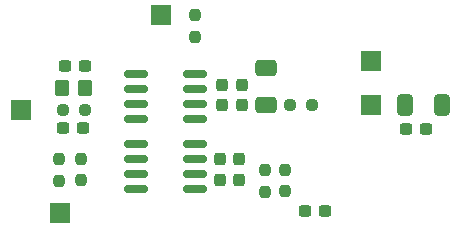
<source format=gbr>
%TF.GenerationSoftware,KiCad,Pcbnew,9.0.6*%
%TF.CreationDate,2025-12-21T15:01:31-05:00*%
%TF.ProjectId,olyntia,6f6c796e-7469-4612-9e6b-696361645f70,rev?*%
%TF.SameCoordinates,Original*%
%TF.FileFunction,Soldermask,Top*%
%TF.FilePolarity,Negative*%
%FSLAX46Y46*%
G04 Gerber Fmt 4.6, Leading zero omitted, Abs format (unit mm)*
G04 Created by KiCad (PCBNEW 9.0.6) date 2025-12-21 15:01:31*
%MOMM*%
%LPD*%
G01*
G04 APERTURE LIST*
G04 Aperture macros list*
%AMRoundRect*
0 Rectangle with rounded corners*
0 $1 Rounding radius*
0 $2 $3 $4 $5 $6 $7 $8 $9 X,Y pos of 4 corners*
0 Add a 4 corners polygon primitive as box body*
4,1,4,$2,$3,$4,$5,$6,$7,$8,$9,$2,$3,0*
0 Add four circle primitives for the rounded corners*
1,1,$1+$1,$2,$3*
1,1,$1+$1,$4,$5*
1,1,$1+$1,$6,$7*
1,1,$1+$1,$8,$9*
0 Add four rect primitives between the rounded corners*
20,1,$1+$1,$2,$3,$4,$5,0*
20,1,$1+$1,$4,$5,$6,$7,0*
20,1,$1+$1,$6,$7,$8,$9,0*
20,1,$1+$1,$8,$9,$2,$3,0*%
G04 Aperture macros list end*
%ADD10RoundRect,0.237500X-0.237500X0.300000X-0.237500X-0.300000X0.237500X-0.300000X0.237500X0.300000X0*%
%ADD11RoundRect,0.237500X0.237500X-0.300000X0.237500X0.300000X-0.237500X0.300000X-0.237500X-0.300000X0*%
%ADD12R,1.700000X1.700000*%
%ADD13RoundRect,0.250000X-0.412500X-0.650000X0.412500X-0.650000X0.412500X0.650000X-0.412500X0.650000X0*%
%ADD14RoundRect,0.237500X0.237500X-0.250000X0.237500X0.250000X-0.237500X0.250000X-0.237500X-0.250000X0*%
%ADD15RoundRect,0.150000X-0.825000X-0.150000X0.825000X-0.150000X0.825000X0.150000X-0.825000X0.150000X0*%
%ADD16RoundRect,0.237500X0.300000X0.237500X-0.300000X0.237500X-0.300000X-0.237500X0.300000X-0.237500X0*%
%ADD17RoundRect,0.237500X-0.300000X-0.237500X0.300000X-0.237500X0.300000X0.237500X-0.300000X0.237500X0*%
%ADD18RoundRect,0.237500X-0.237500X0.250000X-0.237500X-0.250000X0.237500X-0.250000X0.237500X0.250000X0*%
%ADD19RoundRect,0.237500X0.250000X0.237500X-0.250000X0.237500X-0.250000X-0.237500X0.250000X-0.237500X0*%
%ADD20RoundRect,0.237500X-0.250000X-0.237500X0.250000X-0.237500X0.250000X0.237500X-0.250000X0.237500X0*%
%ADD21RoundRect,0.250000X0.350000X0.450000X-0.350000X0.450000X-0.350000X-0.450000X0.350000X-0.450000X0*%
%ADD22RoundRect,0.250000X0.650000X-0.412500X0.650000X0.412500X-0.650000X0.412500X-0.650000X-0.412500X0*%
G04 APERTURE END LIST*
D10*
%TO.C,C9*%
X86200000Y-109400000D03*
X86200000Y-111125000D03*
%TD*%
D11*
%TO.C,C10*%
X84810600Y-104800400D03*
X84810600Y-103075400D03*
%TD*%
D12*
%TO.C,ADC1*%
X67763000Y-105237000D03*
%TD*%
D13*
%TO.C,C6*%
X100314466Y-104825800D03*
X103439466Y-104825800D03*
%TD*%
D12*
%TO.C,GND*%
X97409000Y-101066600D03*
%TD*%
D14*
%TO.C,R5*%
X71018400Y-111226600D03*
X71018400Y-109401600D03*
%TD*%
D11*
%TO.C,C4*%
X86487000Y-104800400D03*
X86487000Y-103075400D03*
%TD*%
D14*
%TO.C,R6*%
X88442800Y-112141000D03*
X88442800Y-110316000D03*
%TD*%
D15*
%TO.C,U2*%
X77525000Y-108093700D03*
X77525000Y-109363700D03*
X77525000Y-110633700D03*
X77525000Y-111903700D03*
X82475000Y-111903700D03*
X82475000Y-110633700D03*
X82475000Y-109363700D03*
X82475000Y-108093700D03*
%TD*%
D16*
%TO.C,C1*%
X73200000Y-101500000D03*
X71475000Y-101500000D03*
%TD*%
D12*
%TO.C,+5V_IN*%
X97409000Y-104825800D03*
%TD*%
D15*
%TO.C,U1*%
X77525000Y-102210900D03*
X77525000Y-103480900D03*
X77525000Y-104750900D03*
X77525000Y-106020900D03*
X82475000Y-106020900D03*
X82475000Y-104750900D03*
X82475000Y-103480900D03*
X82475000Y-102210900D03*
%TD*%
D17*
%TO.C,C3*%
X71293600Y-106750800D03*
X73018600Y-106750800D03*
%TD*%
D12*
%TO.C,RE*%
X71043800Y-113995200D03*
%TD*%
%TO.C,WE*%
X79625000Y-97200000D03*
%TD*%
D18*
%TO.C,R4*%
X72821800Y-109376200D03*
X72821800Y-111201200D03*
%TD*%
D17*
%TO.C,C7*%
X100317524Y-106858068D03*
X102042524Y-106858068D03*
%TD*%
D19*
%TO.C,R8*%
X92376000Y-104825800D03*
X90551000Y-104825800D03*
%TD*%
D14*
%TO.C,R1*%
X82475821Y-99025000D03*
X82475821Y-97200000D03*
%TD*%
D17*
%TO.C,C5*%
X91800000Y-113800000D03*
X93525000Y-113800000D03*
%TD*%
D20*
%TO.C,R2*%
X71318000Y-105200000D03*
X73143000Y-105200000D03*
%TD*%
D21*
%TO.C,R3*%
X73200000Y-103400000D03*
X71200000Y-103400000D03*
%TD*%
D10*
%TO.C,C8*%
X84600000Y-109400000D03*
X84600000Y-111125000D03*
%TD*%
D18*
%TO.C,R7*%
X90087500Y-110287500D03*
X90087500Y-112112500D03*
%TD*%
D22*
%TO.C,C2*%
X88493600Y-104800400D03*
X88493600Y-101675400D03*
%TD*%
M02*

</source>
